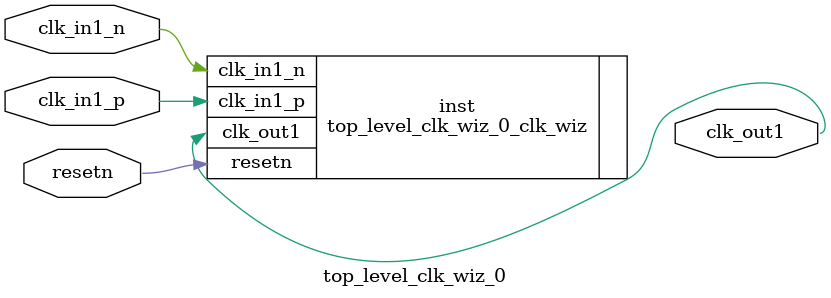
<source format=v>


`timescale 1ps/1ps

(* CORE_GENERATION_INFO = "top_level_clk_wiz_0,clk_wiz_v6_0_3_0_0,{component_name=top_level_clk_wiz_0,use_phase_alignment=false,use_min_o_jitter=false,use_max_i_jitter=false,use_dyn_phase_shift=false,use_inclk_switchover=false,use_dyn_reconfig=false,enable_axi=0,feedback_source=FDBK_AUTO,PRIMITIVE=MMCM,num_out_clk=1,clkin1_period=3.333,clkin2_period=10.0,use_power_down=false,use_reset=true,use_locked=false,use_inclk_stopped=false,feedback_type=SINGLE,CLOCK_MGR_TYPE=NA,manual_override=false}" *)

module top_level_clk_wiz_0 
 (
  // Clock out ports
  output        clk_out1,
  // Status and control signals
  input         resetn,
 // Clock in ports
  input         clk_in1_p,
  input         clk_in1_n
 );

  top_level_clk_wiz_0_clk_wiz inst
  (
  // Clock out ports  
  .clk_out1(clk_out1),
  // Status and control signals               
  .resetn(resetn), 
 // Clock in ports
  .clk_in1_p(clk_in1_p),
  .clk_in1_n(clk_in1_n)
  );

endmodule

</source>
